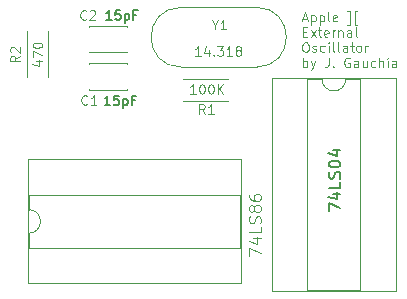
<source format=gbr>
%TF.GenerationSoftware,KiCad,Pcbnew,7.0.9+1*%
%TF.CreationDate,2023-12-23T17:09:26+01:00*%
%TF.ProjectId,PCB_external_oscillator,5043425f-6578-4746-9572-6e616c5f6f73,rev?*%
%TF.SameCoordinates,Original*%
%TF.FileFunction,Legend,Top*%
%TF.FilePolarity,Positive*%
%FSLAX46Y46*%
G04 Gerber Fmt 4.6, Leading zero omitted, Abs format (unit mm)*
G04 Created by KiCad (PCBNEW 7.0.9+1) date 2023-12-23 17:09:26*
%MOMM*%
%LPD*%
G01*
G04 APERTURE LIST*
%ADD10C,0.125000*%
%ADD11C,0.150000*%
%ADD12C,0.120000*%
G04 APERTURE END LIST*
D10*
X60585016Y-29102423D02*
X60965969Y-29102423D01*
X60508826Y-29330995D02*
X60775493Y-28530995D01*
X60775493Y-28530995D02*
X61042159Y-29330995D01*
X61308826Y-28797661D02*
X61308826Y-29597661D01*
X61308826Y-28835757D02*
X61385016Y-28797661D01*
X61385016Y-28797661D02*
X61537397Y-28797661D01*
X61537397Y-28797661D02*
X61613588Y-28835757D01*
X61613588Y-28835757D02*
X61651683Y-28873852D01*
X61651683Y-28873852D02*
X61689778Y-28950042D01*
X61689778Y-28950042D02*
X61689778Y-29178614D01*
X61689778Y-29178614D02*
X61651683Y-29254804D01*
X61651683Y-29254804D02*
X61613588Y-29292900D01*
X61613588Y-29292900D02*
X61537397Y-29330995D01*
X61537397Y-29330995D02*
X61385016Y-29330995D01*
X61385016Y-29330995D02*
X61308826Y-29292900D01*
X62032636Y-28797661D02*
X62032636Y-29597661D01*
X62032636Y-28835757D02*
X62108826Y-28797661D01*
X62108826Y-28797661D02*
X62261207Y-28797661D01*
X62261207Y-28797661D02*
X62337398Y-28835757D01*
X62337398Y-28835757D02*
X62375493Y-28873852D01*
X62375493Y-28873852D02*
X62413588Y-28950042D01*
X62413588Y-28950042D02*
X62413588Y-29178614D01*
X62413588Y-29178614D02*
X62375493Y-29254804D01*
X62375493Y-29254804D02*
X62337398Y-29292900D01*
X62337398Y-29292900D02*
X62261207Y-29330995D01*
X62261207Y-29330995D02*
X62108826Y-29330995D01*
X62108826Y-29330995D02*
X62032636Y-29292900D01*
X62870731Y-29330995D02*
X62794541Y-29292900D01*
X62794541Y-29292900D02*
X62756446Y-29216709D01*
X62756446Y-29216709D02*
X62756446Y-28530995D01*
X63480256Y-29292900D02*
X63404065Y-29330995D01*
X63404065Y-29330995D02*
X63251684Y-29330995D01*
X63251684Y-29330995D02*
X63175494Y-29292900D01*
X63175494Y-29292900D02*
X63137398Y-29216709D01*
X63137398Y-29216709D02*
X63137398Y-28911947D01*
X63137398Y-28911947D02*
X63175494Y-28835757D01*
X63175494Y-28835757D02*
X63251684Y-28797661D01*
X63251684Y-28797661D02*
X63404065Y-28797661D01*
X63404065Y-28797661D02*
X63480256Y-28835757D01*
X63480256Y-28835757D02*
X63518351Y-28911947D01*
X63518351Y-28911947D02*
X63518351Y-28988138D01*
X63518351Y-28988138D02*
X63137398Y-29064328D01*
X64394541Y-29597661D02*
X64585017Y-29597661D01*
X64585017Y-29597661D02*
X64585017Y-28454804D01*
X64585017Y-28454804D02*
X64394541Y-28454804D01*
X65232636Y-29597661D02*
X65042160Y-29597661D01*
X65042160Y-29597661D02*
X65042160Y-28454804D01*
X65042160Y-28454804D02*
X65232636Y-28454804D01*
X60623112Y-30199947D02*
X60889778Y-30199947D01*
X61004064Y-30618995D02*
X60623112Y-30618995D01*
X60623112Y-30618995D02*
X60623112Y-29818995D01*
X60623112Y-29818995D02*
X61004064Y-29818995D01*
X61270731Y-30618995D02*
X61689779Y-30085661D01*
X61270731Y-30085661D02*
X61689779Y-30618995D01*
X61880255Y-30085661D02*
X62185017Y-30085661D01*
X61994541Y-29818995D02*
X61994541Y-30504709D01*
X61994541Y-30504709D02*
X62032636Y-30580900D01*
X62032636Y-30580900D02*
X62108826Y-30618995D01*
X62108826Y-30618995D02*
X62185017Y-30618995D01*
X62756446Y-30580900D02*
X62680255Y-30618995D01*
X62680255Y-30618995D02*
X62527874Y-30618995D01*
X62527874Y-30618995D02*
X62451684Y-30580900D01*
X62451684Y-30580900D02*
X62413588Y-30504709D01*
X62413588Y-30504709D02*
X62413588Y-30199947D01*
X62413588Y-30199947D02*
X62451684Y-30123757D01*
X62451684Y-30123757D02*
X62527874Y-30085661D01*
X62527874Y-30085661D02*
X62680255Y-30085661D01*
X62680255Y-30085661D02*
X62756446Y-30123757D01*
X62756446Y-30123757D02*
X62794541Y-30199947D01*
X62794541Y-30199947D02*
X62794541Y-30276138D01*
X62794541Y-30276138D02*
X62413588Y-30352328D01*
X63137398Y-30618995D02*
X63137398Y-30085661D01*
X63137398Y-30238042D02*
X63175493Y-30161852D01*
X63175493Y-30161852D02*
X63213588Y-30123757D01*
X63213588Y-30123757D02*
X63289779Y-30085661D01*
X63289779Y-30085661D02*
X63365969Y-30085661D01*
X63632636Y-30085661D02*
X63632636Y-30618995D01*
X63632636Y-30161852D02*
X63670731Y-30123757D01*
X63670731Y-30123757D02*
X63746921Y-30085661D01*
X63746921Y-30085661D02*
X63861207Y-30085661D01*
X63861207Y-30085661D02*
X63937398Y-30123757D01*
X63937398Y-30123757D02*
X63975493Y-30199947D01*
X63975493Y-30199947D02*
X63975493Y-30618995D01*
X64699303Y-30618995D02*
X64699303Y-30199947D01*
X64699303Y-30199947D02*
X64661208Y-30123757D01*
X64661208Y-30123757D02*
X64585017Y-30085661D01*
X64585017Y-30085661D02*
X64432636Y-30085661D01*
X64432636Y-30085661D02*
X64356446Y-30123757D01*
X64699303Y-30580900D02*
X64623112Y-30618995D01*
X64623112Y-30618995D02*
X64432636Y-30618995D01*
X64432636Y-30618995D02*
X64356446Y-30580900D01*
X64356446Y-30580900D02*
X64318350Y-30504709D01*
X64318350Y-30504709D02*
X64318350Y-30428519D01*
X64318350Y-30428519D02*
X64356446Y-30352328D01*
X64356446Y-30352328D02*
X64432636Y-30314233D01*
X64432636Y-30314233D02*
X64623112Y-30314233D01*
X64623112Y-30314233D02*
X64699303Y-30276138D01*
X65194541Y-30618995D02*
X65118351Y-30580900D01*
X65118351Y-30580900D02*
X65080256Y-30504709D01*
X65080256Y-30504709D02*
X65080256Y-29818995D01*
X60775493Y-31106995D02*
X60927874Y-31106995D01*
X60927874Y-31106995D02*
X61004064Y-31145090D01*
X61004064Y-31145090D02*
X61080255Y-31221280D01*
X61080255Y-31221280D02*
X61118350Y-31373661D01*
X61118350Y-31373661D02*
X61118350Y-31640328D01*
X61118350Y-31640328D02*
X61080255Y-31792709D01*
X61080255Y-31792709D02*
X61004064Y-31868900D01*
X61004064Y-31868900D02*
X60927874Y-31906995D01*
X60927874Y-31906995D02*
X60775493Y-31906995D01*
X60775493Y-31906995D02*
X60699302Y-31868900D01*
X60699302Y-31868900D02*
X60623112Y-31792709D01*
X60623112Y-31792709D02*
X60585016Y-31640328D01*
X60585016Y-31640328D02*
X60585016Y-31373661D01*
X60585016Y-31373661D02*
X60623112Y-31221280D01*
X60623112Y-31221280D02*
X60699302Y-31145090D01*
X60699302Y-31145090D02*
X60775493Y-31106995D01*
X61423111Y-31868900D02*
X61499302Y-31906995D01*
X61499302Y-31906995D02*
X61651683Y-31906995D01*
X61651683Y-31906995D02*
X61727873Y-31868900D01*
X61727873Y-31868900D02*
X61765969Y-31792709D01*
X61765969Y-31792709D02*
X61765969Y-31754614D01*
X61765969Y-31754614D02*
X61727873Y-31678423D01*
X61727873Y-31678423D02*
X61651683Y-31640328D01*
X61651683Y-31640328D02*
X61537397Y-31640328D01*
X61537397Y-31640328D02*
X61461207Y-31602233D01*
X61461207Y-31602233D02*
X61423111Y-31526042D01*
X61423111Y-31526042D02*
X61423111Y-31487947D01*
X61423111Y-31487947D02*
X61461207Y-31411757D01*
X61461207Y-31411757D02*
X61537397Y-31373661D01*
X61537397Y-31373661D02*
X61651683Y-31373661D01*
X61651683Y-31373661D02*
X61727873Y-31411757D01*
X62451683Y-31868900D02*
X62375492Y-31906995D01*
X62375492Y-31906995D02*
X62223111Y-31906995D01*
X62223111Y-31906995D02*
X62146921Y-31868900D01*
X62146921Y-31868900D02*
X62108826Y-31830804D01*
X62108826Y-31830804D02*
X62070730Y-31754614D01*
X62070730Y-31754614D02*
X62070730Y-31526042D01*
X62070730Y-31526042D02*
X62108826Y-31449852D01*
X62108826Y-31449852D02*
X62146921Y-31411757D01*
X62146921Y-31411757D02*
X62223111Y-31373661D01*
X62223111Y-31373661D02*
X62375492Y-31373661D01*
X62375492Y-31373661D02*
X62451683Y-31411757D01*
X62794540Y-31906995D02*
X62794540Y-31373661D01*
X62794540Y-31106995D02*
X62756444Y-31145090D01*
X62756444Y-31145090D02*
X62794540Y-31183185D01*
X62794540Y-31183185D02*
X62832635Y-31145090D01*
X62832635Y-31145090D02*
X62794540Y-31106995D01*
X62794540Y-31106995D02*
X62794540Y-31183185D01*
X63289777Y-31906995D02*
X63213587Y-31868900D01*
X63213587Y-31868900D02*
X63175492Y-31792709D01*
X63175492Y-31792709D02*
X63175492Y-31106995D01*
X63708825Y-31906995D02*
X63632635Y-31868900D01*
X63632635Y-31868900D02*
X63594540Y-31792709D01*
X63594540Y-31792709D02*
X63594540Y-31106995D01*
X64356445Y-31906995D02*
X64356445Y-31487947D01*
X64356445Y-31487947D02*
X64318350Y-31411757D01*
X64318350Y-31411757D02*
X64242159Y-31373661D01*
X64242159Y-31373661D02*
X64089778Y-31373661D01*
X64089778Y-31373661D02*
X64013588Y-31411757D01*
X64356445Y-31868900D02*
X64280254Y-31906995D01*
X64280254Y-31906995D02*
X64089778Y-31906995D01*
X64089778Y-31906995D02*
X64013588Y-31868900D01*
X64013588Y-31868900D02*
X63975492Y-31792709D01*
X63975492Y-31792709D02*
X63975492Y-31716519D01*
X63975492Y-31716519D02*
X64013588Y-31640328D01*
X64013588Y-31640328D02*
X64089778Y-31602233D01*
X64089778Y-31602233D02*
X64280254Y-31602233D01*
X64280254Y-31602233D02*
X64356445Y-31564138D01*
X64623112Y-31373661D02*
X64927874Y-31373661D01*
X64737398Y-31106995D02*
X64737398Y-31792709D01*
X64737398Y-31792709D02*
X64775493Y-31868900D01*
X64775493Y-31868900D02*
X64851683Y-31906995D01*
X64851683Y-31906995D02*
X64927874Y-31906995D01*
X65308826Y-31906995D02*
X65232636Y-31868900D01*
X65232636Y-31868900D02*
X65194541Y-31830804D01*
X65194541Y-31830804D02*
X65156445Y-31754614D01*
X65156445Y-31754614D02*
X65156445Y-31526042D01*
X65156445Y-31526042D02*
X65194541Y-31449852D01*
X65194541Y-31449852D02*
X65232636Y-31411757D01*
X65232636Y-31411757D02*
X65308826Y-31373661D01*
X65308826Y-31373661D02*
X65423112Y-31373661D01*
X65423112Y-31373661D02*
X65499303Y-31411757D01*
X65499303Y-31411757D02*
X65537398Y-31449852D01*
X65537398Y-31449852D02*
X65575493Y-31526042D01*
X65575493Y-31526042D02*
X65575493Y-31754614D01*
X65575493Y-31754614D02*
X65537398Y-31830804D01*
X65537398Y-31830804D02*
X65499303Y-31868900D01*
X65499303Y-31868900D02*
X65423112Y-31906995D01*
X65423112Y-31906995D02*
X65308826Y-31906995D01*
X65918351Y-31906995D02*
X65918351Y-31373661D01*
X65918351Y-31526042D02*
X65956446Y-31449852D01*
X65956446Y-31449852D02*
X65994541Y-31411757D01*
X65994541Y-31411757D02*
X66070732Y-31373661D01*
X66070732Y-31373661D02*
X66146922Y-31373661D01*
X60623112Y-33194995D02*
X60623112Y-32394995D01*
X60623112Y-32699757D02*
X60699302Y-32661661D01*
X60699302Y-32661661D02*
X60851683Y-32661661D01*
X60851683Y-32661661D02*
X60927874Y-32699757D01*
X60927874Y-32699757D02*
X60965969Y-32737852D01*
X60965969Y-32737852D02*
X61004064Y-32814042D01*
X61004064Y-32814042D02*
X61004064Y-33042614D01*
X61004064Y-33042614D02*
X60965969Y-33118804D01*
X60965969Y-33118804D02*
X60927874Y-33156900D01*
X60927874Y-33156900D02*
X60851683Y-33194995D01*
X60851683Y-33194995D02*
X60699302Y-33194995D01*
X60699302Y-33194995D02*
X60623112Y-33156900D01*
X61270731Y-32661661D02*
X61461207Y-33194995D01*
X61651684Y-32661661D02*
X61461207Y-33194995D01*
X61461207Y-33194995D02*
X61385017Y-33385471D01*
X61385017Y-33385471D02*
X61346922Y-33423566D01*
X61346922Y-33423566D02*
X61270731Y-33461661D01*
X62794541Y-32394995D02*
X62794541Y-32966423D01*
X62794541Y-32966423D02*
X62756446Y-33080709D01*
X62756446Y-33080709D02*
X62680255Y-33156900D01*
X62680255Y-33156900D02*
X62565970Y-33194995D01*
X62565970Y-33194995D02*
X62489779Y-33194995D01*
X63175494Y-33118804D02*
X63213589Y-33156900D01*
X63213589Y-33156900D02*
X63175494Y-33194995D01*
X63175494Y-33194995D02*
X63137398Y-33156900D01*
X63137398Y-33156900D02*
X63175494Y-33118804D01*
X63175494Y-33118804D02*
X63175494Y-33194995D01*
X64585017Y-32433090D02*
X64508827Y-32394995D01*
X64508827Y-32394995D02*
X64394541Y-32394995D01*
X64394541Y-32394995D02*
X64280255Y-32433090D01*
X64280255Y-32433090D02*
X64204065Y-32509280D01*
X64204065Y-32509280D02*
X64165970Y-32585471D01*
X64165970Y-32585471D02*
X64127874Y-32737852D01*
X64127874Y-32737852D02*
X64127874Y-32852138D01*
X64127874Y-32852138D02*
X64165970Y-33004519D01*
X64165970Y-33004519D02*
X64204065Y-33080709D01*
X64204065Y-33080709D02*
X64280255Y-33156900D01*
X64280255Y-33156900D02*
X64394541Y-33194995D01*
X64394541Y-33194995D02*
X64470732Y-33194995D01*
X64470732Y-33194995D02*
X64585017Y-33156900D01*
X64585017Y-33156900D02*
X64623113Y-33118804D01*
X64623113Y-33118804D02*
X64623113Y-32852138D01*
X64623113Y-32852138D02*
X64470732Y-32852138D01*
X65308827Y-33194995D02*
X65308827Y-32775947D01*
X65308827Y-32775947D02*
X65270732Y-32699757D01*
X65270732Y-32699757D02*
X65194541Y-32661661D01*
X65194541Y-32661661D02*
X65042160Y-32661661D01*
X65042160Y-32661661D02*
X64965970Y-32699757D01*
X65308827Y-33156900D02*
X65232636Y-33194995D01*
X65232636Y-33194995D02*
X65042160Y-33194995D01*
X65042160Y-33194995D02*
X64965970Y-33156900D01*
X64965970Y-33156900D02*
X64927874Y-33080709D01*
X64927874Y-33080709D02*
X64927874Y-33004519D01*
X64927874Y-33004519D02*
X64965970Y-32928328D01*
X64965970Y-32928328D02*
X65042160Y-32890233D01*
X65042160Y-32890233D02*
X65232636Y-32890233D01*
X65232636Y-32890233D02*
X65308827Y-32852138D01*
X66032637Y-32661661D02*
X66032637Y-33194995D01*
X65689780Y-32661661D02*
X65689780Y-33080709D01*
X65689780Y-33080709D02*
X65727875Y-33156900D01*
X65727875Y-33156900D02*
X65804065Y-33194995D01*
X65804065Y-33194995D02*
X65918351Y-33194995D01*
X65918351Y-33194995D02*
X65994542Y-33156900D01*
X65994542Y-33156900D02*
X66032637Y-33118804D01*
X66756447Y-33156900D02*
X66680256Y-33194995D01*
X66680256Y-33194995D02*
X66527875Y-33194995D01*
X66527875Y-33194995D02*
X66451685Y-33156900D01*
X66451685Y-33156900D02*
X66413590Y-33118804D01*
X66413590Y-33118804D02*
X66375494Y-33042614D01*
X66375494Y-33042614D02*
X66375494Y-32814042D01*
X66375494Y-32814042D02*
X66413590Y-32737852D01*
X66413590Y-32737852D02*
X66451685Y-32699757D01*
X66451685Y-32699757D02*
X66527875Y-32661661D01*
X66527875Y-32661661D02*
X66680256Y-32661661D01*
X66680256Y-32661661D02*
X66756447Y-32699757D01*
X67099304Y-33194995D02*
X67099304Y-32394995D01*
X67442161Y-33194995D02*
X67442161Y-32775947D01*
X67442161Y-32775947D02*
X67404066Y-32699757D01*
X67404066Y-32699757D02*
X67327875Y-32661661D01*
X67327875Y-32661661D02*
X67213589Y-32661661D01*
X67213589Y-32661661D02*
X67137399Y-32699757D01*
X67137399Y-32699757D02*
X67099304Y-32737852D01*
X67823114Y-33194995D02*
X67823114Y-32661661D01*
X67899304Y-32356900D02*
X67785018Y-32471185D01*
X68546923Y-33194995D02*
X68546923Y-32775947D01*
X68546923Y-32775947D02*
X68508828Y-32699757D01*
X68508828Y-32699757D02*
X68432637Y-32661661D01*
X68432637Y-32661661D02*
X68280256Y-32661661D01*
X68280256Y-32661661D02*
X68204066Y-32699757D01*
X68546923Y-33156900D02*
X68470732Y-33194995D01*
X68470732Y-33194995D02*
X68280256Y-33194995D01*
X68280256Y-33194995D02*
X68204066Y-33156900D01*
X68204066Y-33156900D02*
X68165970Y-33080709D01*
X68165970Y-33080709D02*
X68165970Y-33004519D01*
X68165970Y-33004519D02*
X68204066Y-32928328D01*
X68204066Y-32928328D02*
X68280256Y-32890233D01*
X68280256Y-32890233D02*
X68470732Y-32890233D01*
X68470732Y-32890233D02*
X68546923Y-32852138D01*
X53162248Y-29624442D02*
X53162248Y-30005395D01*
X52895581Y-29205395D02*
X53162248Y-29624442D01*
X53162248Y-29624442D02*
X53428914Y-29205395D01*
X54114628Y-30005395D02*
X53657485Y-30005395D01*
X53886057Y-30005395D02*
X53886057Y-29205395D01*
X53886057Y-29205395D02*
X53809866Y-29319680D01*
X53809866Y-29319680D02*
X53733676Y-29395871D01*
X53733676Y-29395871D02*
X53657485Y-29433966D01*
X51955885Y-32240595D02*
X51498742Y-32240595D01*
X51727314Y-32240595D02*
X51727314Y-31440595D01*
X51727314Y-31440595D02*
X51651123Y-31554880D01*
X51651123Y-31554880D02*
X51574933Y-31631071D01*
X51574933Y-31631071D02*
X51498742Y-31669166D01*
X52641600Y-31707261D02*
X52641600Y-32240595D01*
X52451124Y-31402500D02*
X52260647Y-31973928D01*
X52260647Y-31973928D02*
X52755886Y-31973928D01*
X53060648Y-32164404D02*
X53098743Y-32202500D01*
X53098743Y-32202500D02*
X53060648Y-32240595D01*
X53060648Y-32240595D02*
X53022552Y-32202500D01*
X53022552Y-32202500D02*
X53060648Y-32164404D01*
X53060648Y-32164404D02*
X53060648Y-32240595D01*
X53365409Y-31440595D02*
X53860647Y-31440595D01*
X53860647Y-31440595D02*
X53593981Y-31745357D01*
X53593981Y-31745357D02*
X53708266Y-31745357D01*
X53708266Y-31745357D02*
X53784457Y-31783452D01*
X53784457Y-31783452D02*
X53822552Y-31821547D01*
X53822552Y-31821547D02*
X53860647Y-31897738D01*
X53860647Y-31897738D02*
X53860647Y-32088214D01*
X53860647Y-32088214D02*
X53822552Y-32164404D01*
X53822552Y-32164404D02*
X53784457Y-32202500D01*
X53784457Y-32202500D02*
X53708266Y-32240595D01*
X53708266Y-32240595D02*
X53479695Y-32240595D01*
X53479695Y-32240595D02*
X53403504Y-32202500D01*
X53403504Y-32202500D02*
X53365409Y-32164404D01*
X54622552Y-32240595D02*
X54165409Y-32240595D01*
X54393981Y-32240595D02*
X54393981Y-31440595D01*
X54393981Y-31440595D02*
X54317790Y-31554880D01*
X54317790Y-31554880D02*
X54241600Y-31631071D01*
X54241600Y-31631071D02*
X54165409Y-31669166D01*
X55079695Y-31783452D02*
X55003505Y-31745357D01*
X55003505Y-31745357D02*
X54965410Y-31707261D01*
X54965410Y-31707261D02*
X54927314Y-31631071D01*
X54927314Y-31631071D02*
X54927314Y-31592976D01*
X54927314Y-31592976D02*
X54965410Y-31516785D01*
X54965410Y-31516785D02*
X55003505Y-31478690D01*
X55003505Y-31478690D02*
X55079695Y-31440595D01*
X55079695Y-31440595D02*
X55232076Y-31440595D01*
X55232076Y-31440595D02*
X55308267Y-31478690D01*
X55308267Y-31478690D02*
X55346362Y-31516785D01*
X55346362Y-31516785D02*
X55384457Y-31592976D01*
X55384457Y-31592976D02*
X55384457Y-31631071D01*
X55384457Y-31631071D02*
X55346362Y-31707261D01*
X55346362Y-31707261D02*
X55308267Y-31745357D01*
X55308267Y-31745357D02*
X55232076Y-31783452D01*
X55232076Y-31783452D02*
X55079695Y-31783452D01*
X55079695Y-31783452D02*
X55003505Y-31821547D01*
X55003505Y-31821547D02*
X54965410Y-31859642D01*
X54965410Y-31859642D02*
X54927314Y-31935833D01*
X54927314Y-31935833D02*
X54927314Y-32088214D01*
X54927314Y-32088214D02*
X54965410Y-32164404D01*
X54965410Y-32164404D02*
X55003505Y-32202500D01*
X55003505Y-32202500D02*
X55079695Y-32240595D01*
X55079695Y-32240595D02*
X55232076Y-32240595D01*
X55232076Y-32240595D02*
X55308267Y-32202500D01*
X55308267Y-32202500D02*
X55346362Y-32164404D01*
X55346362Y-32164404D02*
X55384457Y-32088214D01*
X55384457Y-32088214D02*
X55384457Y-31935833D01*
X55384457Y-31935833D02*
X55346362Y-31859642D01*
X55346362Y-31859642D02*
X55308267Y-31821547D01*
X55308267Y-31821547D02*
X55232076Y-31783452D01*
X56072719Y-49175656D02*
X56072719Y-48508990D01*
X56072719Y-48508990D02*
X57072719Y-48937561D01*
X56406052Y-47699466D02*
X57072719Y-47699466D01*
X56025100Y-47937561D02*
X56739385Y-48175656D01*
X56739385Y-48175656D02*
X56739385Y-47556609D01*
X57072719Y-46699466D02*
X57072719Y-47175656D01*
X57072719Y-47175656D02*
X56072719Y-47175656D01*
X57025100Y-46413751D02*
X57072719Y-46270894D01*
X57072719Y-46270894D02*
X57072719Y-46032799D01*
X57072719Y-46032799D02*
X57025100Y-45937561D01*
X57025100Y-45937561D02*
X56977480Y-45889942D01*
X56977480Y-45889942D02*
X56882242Y-45842323D01*
X56882242Y-45842323D02*
X56787004Y-45842323D01*
X56787004Y-45842323D02*
X56691766Y-45889942D01*
X56691766Y-45889942D02*
X56644147Y-45937561D01*
X56644147Y-45937561D02*
X56596528Y-46032799D01*
X56596528Y-46032799D02*
X56548909Y-46223275D01*
X56548909Y-46223275D02*
X56501290Y-46318513D01*
X56501290Y-46318513D02*
X56453671Y-46366132D01*
X56453671Y-46366132D02*
X56358433Y-46413751D01*
X56358433Y-46413751D02*
X56263195Y-46413751D01*
X56263195Y-46413751D02*
X56167957Y-46366132D01*
X56167957Y-46366132D02*
X56120338Y-46318513D01*
X56120338Y-46318513D02*
X56072719Y-46223275D01*
X56072719Y-46223275D02*
X56072719Y-45985180D01*
X56072719Y-45985180D02*
X56120338Y-45842323D01*
X56501290Y-45270894D02*
X56453671Y-45366132D01*
X56453671Y-45366132D02*
X56406052Y-45413751D01*
X56406052Y-45413751D02*
X56310814Y-45461370D01*
X56310814Y-45461370D02*
X56263195Y-45461370D01*
X56263195Y-45461370D02*
X56167957Y-45413751D01*
X56167957Y-45413751D02*
X56120338Y-45366132D01*
X56120338Y-45366132D02*
X56072719Y-45270894D01*
X56072719Y-45270894D02*
X56072719Y-45080418D01*
X56072719Y-45080418D02*
X56120338Y-44985180D01*
X56120338Y-44985180D02*
X56167957Y-44937561D01*
X56167957Y-44937561D02*
X56263195Y-44889942D01*
X56263195Y-44889942D02*
X56310814Y-44889942D01*
X56310814Y-44889942D02*
X56406052Y-44937561D01*
X56406052Y-44937561D02*
X56453671Y-44985180D01*
X56453671Y-44985180D02*
X56501290Y-45080418D01*
X56501290Y-45080418D02*
X56501290Y-45270894D01*
X56501290Y-45270894D02*
X56548909Y-45366132D01*
X56548909Y-45366132D02*
X56596528Y-45413751D01*
X56596528Y-45413751D02*
X56691766Y-45461370D01*
X56691766Y-45461370D02*
X56882242Y-45461370D01*
X56882242Y-45461370D02*
X56977480Y-45413751D01*
X56977480Y-45413751D02*
X57025100Y-45366132D01*
X57025100Y-45366132D02*
X57072719Y-45270894D01*
X57072719Y-45270894D02*
X57072719Y-45080418D01*
X57072719Y-45080418D02*
X57025100Y-44985180D01*
X57025100Y-44985180D02*
X56977480Y-44937561D01*
X56977480Y-44937561D02*
X56882242Y-44889942D01*
X56882242Y-44889942D02*
X56691766Y-44889942D01*
X56691766Y-44889942D02*
X56596528Y-44937561D01*
X56596528Y-44937561D02*
X56548909Y-44985180D01*
X56548909Y-44985180D02*
X56501290Y-45080418D01*
X56072719Y-44032799D02*
X56072719Y-44223275D01*
X56072719Y-44223275D02*
X56120338Y-44318513D01*
X56120338Y-44318513D02*
X56167957Y-44366132D01*
X56167957Y-44366132D02*
X56310814Y-44461370D01*
X56310814Y-44461370D02*
X56501290Y-44508989D01*
X56501290Y-44508989D02*
X56882242Y-44508989D01*
X56882242Y-44508989D02*
X56977480Y-44461370D01*
X56977480Y-44461370D02*
X57025100Y-44413751D01*
X57025100Y-44413751D02*
X57072719Y-44318513D01*
X57072719Y-44318513D02*
X57072719Y-44128037D01*
X57072719Y-44128037D02*
X57025100Y-44032799D01*
X57025100Y-44032799D02*
X56977480Y-43985180D01*
X56977480Y-43985180D02*
X56882242Y-43937561D01*
X56882242Y-43937561D02*
X56644147Y-43937561D01*
X56644147Y-43937561D02*
X56548909Y-43985180D01*
X56548909Y-43985180D02*
X56501290Y-44032799D01*
X56501290Y-44032799D02*
X56453671Y-44128037D01*
X56453671Y-44128037D02*
X56453671Y-44318513D01*
X56453671Y-44318513D02*
X56501290Y-44413751D01*
X56501290Y-44413751D02*
X56548909Y-44461370D01*
X56548909Y-44461370D02*
X56644147Y-44508989D01*
X42360867Y-36304604D02*
X42322771Y-36342700D01*
X42322771Y-36342700D02*
X42208486Y-36380795D01*
X42208486Y-36380795D02*
X42132295Y-36380795D01*
X42132295Y-36380795D02*
X42018009Y-36342700D01*
X42018009Y-36342700D02*
X41941819Y-36266509D01*
X41941819Y-36266509D02*
X41903724Y-36190319D01*
X41903724Y-36190319D02*
X41865628Y-36037938D01*
X41865628Y-36037938D02*
X41865628Y-35923652D01*
X41865628Y-35923652D02*
X41903724Y-35771271D01*
X41903724Y-35771271D02*
X41941819Y-35695080D01*
X41941819Y-35695080D02*
X42018009Y-35618890D01*
X42018009Y-35618890D02*
X42132295Y-35580795D01*
X42132295Y-35580795D02*
X42208486Y-35580795D01*
X42208486Y-35580795D02*
X42322771Y-35618890D01*
X42322771Y-35618890D02*
X42360867Y-35656985D01*
X43122771Y-36380795D02*
X42665628Y-36380795D01*
X42894200Y-36380795D02*
X42894200Y-35580795D01*
X42894200Y-35580795D02*
X42818009Y-35695080D01*
X42818009Y-35695080D02*
X42741819Y-35771271D01*
X42741819Y-35771271D02*
X42665628Y-35809366D01*
D11*
X44304056Y-36404895D02*
X43846913Y-36404895D01*
X44075485Y-36404895D02*
X44075485Y-35604895D01*
X44075485Y-35604895D02*
X43999294Y-35719180D01*
X43999294Y-35719180D02*
X43923104Y-35795371D01*
X43923104Y-35795371D02*
X43846913Y-35833466D01*
X45027866Y-35604895D02*
X44646914Y-35604895D01*
X44646914Y-35604895D02*
X44608818Y-35985847D01*
X44608818Y-35985847D02*
X44646914Y-35947752D01*
X44646914Y-35947752D02*
X44723104Y-35909657D01*
X44723104Y-35909657D02*
X44913580Y-35909657D01*
X44913580Y-35909657D02*
X44989771Y-35947752D01*
X44989771Y-35947752D02*
X45027866Y-35985847D01*
X45027866Y-35985847D02*
X45065961Y-36062038D01*
X45065961Y-36062038D02*
X45065961Y-36252514D01*
X45065961Y-36252514D02*
X45027866Y-36328704D01*
X45027866Y-36328704D02*
X44989771Y-36366800D01*
X44989771Y-36366800D02*
X44913580Y-36404895D01*
X44913580Y-36404895D02*
X44723104Y-36404895D01*
X44723104Y-36404895D02*
X44646914Y-36366800D01*
X44646914Y-36366800D02*
X44608818Y-36328704D01*
X45408819Y-35871561D02*
X45408819Y-36671561D01*
X45408819Y-35909657D02*
X45485009Y-35871561D01*
X45485009Y-35871561D02*
X45637390Y-35871561D01*
X45637390Y-35871561D02*
X45713581Y-35909657D01*
X45713581Y-35909657D02*
X45751676Y-35947752D01*
X45751676Y-35947752D02*
X45789771Y-36023942D01*
X45789771Y-36023942D02*
X45789771Y-36252514D01*
X45789771Y-36252514D02*
X45751676Y-36328704D01*
X45751676Y-36328704D02*
X45713581Y-36366800D01*
X45713581Y-36366800D02*
X45637390Y-36404895D01*
X45637390Y-36404895D02*
X45485009Y-36404895D01*
X45485009Y-36404895D02*
X45408819Y-36366800D01*
X46399295Y-35985847D02*
X46132629Y-35985847D01*
X46132629Y-36404895D02*
X46132629Y-35604895D01*
X46132629Y-35604895D02*
X46513581Y-35604895D01*
D10*
X52317667Y-37142795D02*
X52051000Y-36761842D01*
X51860524Y-37142795D02*
X51860524Y-36342795D01*
X51860524Y-36342795D02*
X52165286Y-36342795D01*
X52165286Y-36342795D02*
X52241476Y-36380890D01*
X52241476Y-36380890D02*
X52279571Y-36418985D01*
X52279571Y-36418985D02*
X52317667Y-36495176D01*
X52317667Y-36495176D02*
X52317667Y-36609461D01*
X52317667Y-36609461D02*
X52279571Y-36685652D01*
X52279571Y-36685652D02*
X52241476Y-36723747D01*
X52241476Y-36723747D02*
X52165286Y-36761842D01*
X52165286Y-36761842D02*
X51860524Y-36761842D01*
X53079571Y-37142795D02*
X52622428Y-37142795D01*
X52851000Y-37142795D02*
X52851000Y-36342795D01*
X52851000Y-36342795D02*
X52774809Y-36457080D01*
X52774809Y-36457080D02*
X52698619Y-36533271D01*
X52698619Y-36533271D02*
X52622428Y-36571366D01*
X51543066Y-35440995D02*
X51085923Y-35440995D01*
X51314495Y-35440995D02*
X51314495Y-34640995D01*
X51314495Y-34640995D02*
X51238304Y-34755280D01*
X51238304Y-34755280D02*
X51162114Y-34831471D01*
X51162114Y-34831471D02*
X51085923Y-34869566D01*
X52038305Y-34640995D02*
X52114495Y-34640995D01*
X52114495Y-34640995D02*
X52190686Y-34679090D01*
X52190686Y-34679090D02*
X52228781Y-34717185D01*
X52228781Y-34717185D02*
X52266876Y-34793376D01*
X52266876Y-34793376D02*
X52304971Y-34945757D01*
X52304971Y-34945757D02*
X52304971Y-35136233D01*
X52304971Y-35136233D02*
X52266876Y-35288614D01*
X52266876Y-35288614D02*
X52228781Y-35364804D01*
X52228781Y-35364804D02*
X52190686Y-35402900D01*
X52190686Y-35402900D02*
X52114495Y-35440995D01*
X52114495Y-35440995D02*
X52038305Y-35440995D01*
X52038305Y-35440995D02*
X51962114Y-35402900D01*
X51962114Y-35402900D02*
X51924019Y-35364804D01*
X51924019Y-35364804D02*
X51885924Y-35288614D01*
X51885924Y-35288614D02*
X51847828Y-35136233D01*
X51847828Y-35136233D02*
X51847828Y-34945757D01*
X51847828Y-34945757D02*
X51885924Y-34793376D01*
X51885924Y-34793376D02*
X51924019Y-34717185D01*
X51924019Y-34717185D02*
X51962114Y-34679090D01*
X51962114Y-34679090D02*
X52038305Y-34640995D01*
X52800210Y-34640995D02*
X52876400Y-34640995D01*
X52876400Y-34640995D02*
X52952591Y-34679090D01*
X52952591Y-34679090D02*
X52990686Y-34717185D01*
X52990686Y-34717185D02*
X53028781Y-34793376D01*
X53028781Y-34793376D02*
X53066876Y-34945757D01*
X53066876Y-34945757D02*
X53066876Y-35136233D01*
X53066876Y-35136233D02*
X53028781Y-35288614D01*
X53028781Y-35288614D02*
X52990686Y-35364804D01*
X52990686Y-35364804D02*
X52952591Y-35402900D01*
X52952591Y-35402900D02*
X52876400Y-35440995D01*
X52876400Y-35440995D02*
X52800210Y-35440995D01*
X52800210Y-35440995D02*
X52724019Y-35402900D01*
X52724019Y-35402900D02*
X52685924Y-35364804D01*
X52685924Y-35364804D02*
X52647829Y-35288614D01*
X52647829Y-35288614D02*
X52609733Y-35136233D01*
X52609733Y-35136233D02*
X52609733Y-34945757D01*
X52609733Y-34945757D02*
X52647829Y-34793376D01*
X52647829Y-34793376D02*
X52685924Y-34717185D01*
X52685924Y-34717185D02*
X52724019Y-34679090D01*
X52724019Y-34679090D02*
X52800210Y-34640995D01*
X53409734Y-35440995D02*
X53409734Y-34640995D01*
X53866877Y-35440995D02*
X53524019Y-34983852D01*
X53866877Y-34640995D02*
X53409734Y-35098138D01*
D11*
X62802419Y-45391056D02*
X62802419Y-44724390D01*
X62802419Y-44724390D02*
X63802419Y-45152961D01*
X63135752Y-43914866D02*
X63802419Y-43914866D01*
X62754800Y-44152961D02*
X63469085Y-44391056D01*
X63469085Y-44391056D02*
X63469085Y-43772009D01*
X63802419Y-42914866D02*
X63802419Y-43391056D01*
X63802419Y-43391056D02*
X62802419Y-43391056D01*
X63754800Y-42629151D02*
X63802419Y-42486294D01*
X63802419Y-42486294D02*
X63802419Y-42248199D01*
X63802419Y-42248199D02*
X63754800Y-42152961D01*
X63754800Y-42152961D02*
X63707180Y-42105342D01*
X63707180Y-42105342D02*
X63611942Y-42057723D01*
X63611942Y-42057723D02*
X63516704Y-42057723D01*
X63516704Y-42057723D02*
X63421466Y-42105342D01*
X63421466Y-42105342D02*
X63373847Y-42152961D01*
X63373847Y-42152961D02*
X63326228Y-42248199D01*
X63326228Y-42248199D02*
X63278609Y-42438675D01*
X63278609Y-42438675D02*
X63230990Y-42533913D01*
X63230990Y-42533913D02*
X63183371Y-42581532D01*
X63183371Y-42581532D02*
X63088133Y-42629151D01*
X63088133Y-42629151D02*
X62992895Y-42629151D01*
X62992895Y-42629151D02*
X62897657Y-42581532D01*
X62897657Y-42581532D02*
X62850038Y-42533913D01*
X62850038Y-42533913D02*
X62802419Y-42438675D01*
X62802419Y-42438675D02*
X62802419Y-42200580D01*
X62802419Y-42200580D02*
X62850038Y-42057723D01*
X62802419Y-41438675D02*
X62802419Y-41343437D01*
X62802419Y-41343437D02*
X62850038Y-41248199D01*
X62850038Y-41248199D02*
X62897657Y-41200580D01*
X62897657Y-41200580D02*
X62992895Y-41152961D01*
X62992895Y-41152961D02*
X63183371Y-41105342D01*
X63183371Y-41105342D02*
X63421466Y-41105342D01*
X63421466Y-41105342D02*
X63611942Y-41152961D01*
X63611942Y-41152961D02*
X63707180Y-41200580D01*
X63707180Y-41200580D02*
X63754800Y-41248199D01*
X63754800Y-41248199D02*
X63802419Y-41343437D01*
X63802419Y-41343437D02*
X63802419Y-41438675D01*
X63802419Y-41438675D02*
X63754800Y-41533913D01*
X63754800Y-41533913D02*
X63707180Y-41581532D01*
X63707180Y-41581532D02*
X63611942Y-41629151D01*
X63611942Y-41629151D02*
X63421466Y-41676770D01*
X63421466Y-41676770D02*
X63183371Y-41676770D01*
X63183371Y-41676770D02*
X62992895Y-41629151D01*
X62992895Y-41629151D02*
X62897657Y-41581532D01*
X62897657Y-41581532D02*
X62850038Y-41533913D01*
X62850038Y-41533913D02*
X62802419Y-41438675D01*
X63135752Y-40248199D02*
X63802419Y-40248199D01*
X62754800Y-40486294D02*
X63469085Y-40724389D01*
X63469085Y-40724389D02*
X63469085Y-40105342D01*
D10*
X36660195Y-32238932D02*
X36279242Y-32505599D01*
X36660195Y-32696075D02*
X35860195Y-32696075D01*
X35860195Y-32696075D02*
X35860195Y-32391313D01*
X35860195Y-32391313D02*
X35898290Y-32315123D01*
X35898290Y-32315123D02*
X35936385Y-32277028D01*
X35936385Y-32277028D02*
X36012576Y-32238932D01*
X36012576Y-32238932D02*
X36126861Y-32238932D01*
X36126861Y-32238932D02*
X36203052Y-32277028D01*
X36203052Y-32277028D02*
X36241147Y-32315123D01*
X36241147Y-32315123D02*
X36279242Y-32391313D01*
X36279242Y-32391313D02*
X36279242Y-32696075D01*
X35936385Y-31934171D02*
X35898290Y-31896075D01*
X35898290Y-31896075D02*
X35860195Y-31819885D01*
X35860195Y-31819885D02*
X35860195Y-31629409D01*
X35860195Y-31629409D02*
X35898290Y-31553218D01*
X35898290Y-31553218D02*
X35936385Y-31515123D01*
X35936385Y-31515123D02*
X36012576Y-31477028D01*
X36012576Y-31477028D02*
X36088766Y-31477028D01*
X36088766Y-31477028D02*
X36203052Y-31515123D01*
X36203052Y-31515123D02*
X36660195Y-31972266D01*
X36660195Y-31972266D02*
X36660195Y-31477028D01*
X38006461Y-32715123D02*
X38539795Y-32715123D01*
X37701700Y-32905599D02*
X38273128Y-33096076D01*
X38273128Y-33096076D02*
X38273128Y-32600837D01*
X37739795Y-32372266D02*
X37739795Y-31838932D01*
X37739795Y-31838932D02*
X38539795Y-32181790D01*
X37739795Y-31381789D02*
X37739795Y-31305599D01*
X37739795Y-31305599D02*
X37777890Y-31229408D01*
X37777890Y-31229408D02*
X37815985Y-31191313D01*
X37815985Y-31191313D02*
X37892176Y-31153218D01*
X37892176Y-31153218D02*
X38044557Y-31115123D01*
X38044557Y-31115123D02*
X38235033Y-31115123D01*
X38235033Y-31115123D02*
X38387414Y-31153218D01*
X38387414Y-31153218D02*
X38463604Y-31191313D01*
X38463604Y-31191313D02*
X38501700Y-31229408D01*
X38501700Y-31229408D02*
X38539795Y-31305599D01*
X38539795Y-31305599D02*
X38539795Y-31381789D01*
X38539795Y-31381789D02*
X38501700Y-31457980D01*
X38501700Y-31457980D02*
X38463604Y-31496075D01*
X38463604Y-31496075D02*
X38387414Y-31534170D01*
X38387414Y-31534170D02*
X38235033Y-31572266D01*
X38235033Y-31572266D02*
X38044557Y-31572266D01*
X38044557Y-31572266D02*
X37892176Y-31534170D01*
X37892176Y-31534170D02*
X37815985Y-31496075D01*
X37815985Y-31496075D02*
X37777890Y-31457980D01*
X37777890Y-31457980D02*
X37739795Y-31381789D01*
X42284667Y-29116404D02*
X42246571Y-29154500D01*
X42246571Y-29154500D02*
X42132286Y-29192595D01*
X42132286Y-29192595D02*
X42056095Y-29192595D01*
X42056095Y-29192595D02*
X41941809Y-29154500D01*
X41941809Y-29154500D02*
X41865619Y-29078309D01*
X41865619Y-29078309D02*
X41827524Y-29002119D01*
X41827524Y-29002119D02*
X41789428Y-28849738D01*
X41789428Y-28849738D02*
X41789428Y-28735452D01*
X41789428Y-28735452D02*
X41827524Y-28583071D01*
X41827524Y-28583071D02*
X41865619Y-28506880D01*
X41865619Y-28506880D02*
X41941809Y-28430690D01*
X41941809Y-28430690D02*
X42056095Y-28392595D01*
X42056095Y-28392595D02*
X42132286Y-28392595D01*
X42132286Y-28392595D02*
X42246571Y-28430690D01*
X42246571Y-28430690D02*
X42284667Y-28468785D01*
X42589428Y-28468785D02*
X42627524Y-28430690D01*
X42627524Y-28430690D02*
X42703714Y-28392595D01*
X42703714Y-28392595D02*
X42894190Y-28392595D01*
X42894190Y-28392595D02*
X42970381Y-28430690D01*
X42970381Y-28430690D02*
X43008476Y-28468785D01*
X43008476Y-28468785D02*
X43046571Y-28544976D01*
X43046571Y-28544976D02*
X43046571Y-28621166D01*
X43046571Y-28621166D02*
X43008476Y-28735452D01*
X43008476Y-28735452D02*
X42551333Y-29192595D01*
X42551333Y-29192595D02*
X43046571Y-29192595D01*
D11*
X44431056Y-29191295D02*
X43973913Y-29191295D01*
X44202485Y-29191295D02*
X44202485Y-28391295D01*
X44202485Y-28391295D02*
X44126294Y-28505580D01*
X44126294Y-28505580D02*
X44050104Y-28581771D01*
X44050104Y-28581771D02*
X43973913Y-28619866D01*
X45154866Y-28391295D02*
X44773914Y-28391295D01*
X44773914Y-28391295D02*
X44735818Y-28772247D01*
X44735818Y-28772247D02*
X44773914Y-28734152D01*
X44773914Y-28734152D02*
X44850104Y-28696057D01*
X44850104Y-28696057D02*
X45040580Y-28696057D01*
X45040580Y-28696057D02*
X45116771Y-28734152D01*
X45116771Y-28734152D02*
X45154866Y-28772247D01*
X45154866Y-28772247D02*
X45192961Y-28848438D01*
X45192961Y-28848438D02*
X45192961Y-29038914D01*
X45192961Y-29038914D02*
X45154866Y-29115104D01*
X45154866Y-29115104D02*
X45116771Y-29153200D01*
X45116771Y-29153200D02*
X45040580Y-29191295D01*
X45040580Y-29191295D02*
X44850104Y-29191295D01*
X44850104Y-29191295D02*
X44773914Y-29153200D01*
X44773914Y-29153200D02*
X44735818Y-29115104D01*
X45535819Y-28657961D02*
X45535819Y-29457961D01*
X45535819Y-28696057D02*
X45612009Y-28657961D01*
X45612009Y-28657961D02*
X45764390Y-28657961D01*
X45764390Y-28657961D02*
X45840581Y-28696057D01*
X45840581Y-28696057D02*
X45878676Y-28734152D01*
X45878676Y-28734152D02*
X45916771Y-28810342D01*
X45916771Y-28810342D02*
X45916771Y-29038914D01*
X45916771Y-29038914D02*
X45878676Y-29115104D01*
X45878676Y-29115104D02*
X45840581Y-29153200D01*
X45840581Y-29153200D02*
X45764390Y-29191295D01*
X45764390Y-29191295D02*
X45612009Y-29191295D01*
X45612009Y-29191295D02*
X45535819Y-29153200D01*
X46526295Y-28772247D02*
X46259629Y-28772247D01*
X46259629Y-29191295D02*
X46259629Y-28391295D01*
X46259629Y-28391295D02*
X46640581Y-28391295D01*
D12*
%TO.C,Y1*%
X56695000Y-33190200D02*
X50295000Y-33190200D01*
X56695000Y-28140200D02*
X50295000Y-28140200D01*
X56695000Y-33190200D02*
G75*
G03*
X56695000Y-28140200I0J2525000D01*
G01*
X50295000Y-28140200D02*
G75*
G03*
X50295000Y-33190200I0J-2525000D01*
G01*
%TO.C,74LS86*%
X37397600Y-47260800D02*
G75*
G03*
X37397600Y-45260800I0J1000000D01*
G01*
X55357600Y-41010800D02*
X37337600Y-41010800D01*
X37337600Y-41010800D02*
X37337600Y-51510800D01*
X55297600Y-44010800D02*
X37397600Y-44010800D01*
X37397600Y-44010800D02*
X37397600Y-45260800D01*
X37397600Y-47260800D02*
X37397600Y-48510800D01*
X55297600Y-48510800D02*
X55297600Y-44010800D01*
X37397600Y-48510800D02*
X55297600Y-48510800D01*
X55357600Y-51510800D02*
X55357600Y-41010800D01*
X37337600Y-51510800D02*
X55357600Y-51510800D01*
%TO.C,C1*%
X45727000Y-35112600D02*
X45727000Y-35047600D01*
X45727000Y-35112600D02*
X42487000Y-35112600D01*
X45727000Y-32937600D02*
X45727000Y-32872600D01*
X45727000Y-32872600D02*
X42487000Y-32872600D01*
X42487000Y-35112600D02*
X42487000Y-35047600D01*
X42487000Y-32937600D02*
X42487000Y-32872600D01*
%TO.C,R1*%
X54320200Y-36022800D02*
X50480200Y-36022800D01*
X54320200Y-34182800D02*
X50480200Y-34182800D01*
%TO.C,U1*%
X62246000Y-34204600D02*
G75*
G03*
X64246000Y-34204600I1000000J0D01*
G01*
X68496000Y-52164600D02*
X68496000Y-34144600D01*
X68496000Y-34144600D02*
X57996000Y-34144600D01*
X65496000Y-52104600D02*
X65496000Y-34204600D01*
X65496000Y-34204600D02*
X64246000Y-34204600D01*
X62246000Y-34204600D02*
X60996000Y-34204600D01*
X60996000Y-52104600D02*
X65496000Y-52104600D01*
X60996000Y-34204600D02*
X60996000Y-52104600D01*
X57996000Y-52164600D02*
X68496000Y-52164600D01*
X57996000Y-34144600D02*
X57996000Y-52164600D01*
%TO.C,R2*%
X37223400Y-34007600D02*
X37223400Y-30167600D01*
X39063400Y-34007600D02*
X39063400Y-30167600D01*
%TO.C,C2*%
X42499800Y-29715600D02*
X42499800Y-29780600D01*
X42499800Y-29715600D02*
X45739800Y-29715600D01*
X42499800Y-31890600D02*
X42499800Y-31955600D01*
X42499800Y-31955600D02*
X45739800Y-31955600D01*
X45739800Y-29715600D02*
X45739800Y-29780600D01*
X45739800Y-31890600D02*
X45739800Y-31955600D01*
%TD*%
M02*

</source>
